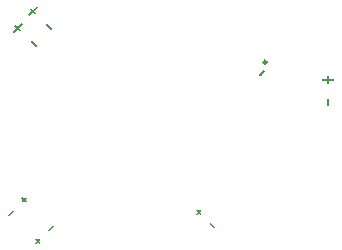
<source format=gbr>
G04*
G04 #@! TF.GenerationSoftware,Altium Limited,Altium Designer,24.0.1 (36)*
G04*
G04 Layer_Color=8388736*
%FSLAX25Y25*%
%MOIN*%
G70*
G04*
G04 #@! TF.SameCoordinates,BD3E70BB-0697-4B71-9AF7-6C14A59E7EE9*
G04*
G04*
G04 #@! TF.FilePolarity,Positive*
G04*
G01*
G75*
%ADD11C,0.01000*%
G36*
X82730Y123209D02*
X81494Y121973D01*
X82151Y121316D01*
X81717Y120882D01*
X81060Y121539D01*
X79835Y120314D01*
X79401Y120748D01*
X80626Y121973D01*
X79980Y122619D01*
X80414Y123053D01*
X81060Y122408D01*
X82296Y123644D01*
X82730Y123209D01*
D02*
G37*
G36*
X77615Y117524D02*
X76379Y116288D01*
X77036Y115631D01*
X76602Y115197D01*
X75945Y115854D01*
X74720Y114629D01*
X74286Y115063D01*
X75511Y116288D01*
X74865Y116934D01*
X75299Y117368D01*
X75945Y116723D01*
X77181Y117959D01*
X77615Y117524D01*
D02*
G37*
G36*
X87541Y116038D02*
X87107Y115604D01*
X85369Y117341D01*
X85804Y117775D01*
X87541Y116038D01*
D02*
G37*
G36*
X82426Y110353D02*
X81991Y109919D01*
X80254Y111656D01*
X80689Y112090D01*
X82426Y110353D01*
D02*
G37*
G36*
X157304Y100552D02*
X157404Y100452D01*
X157504Y100352D01*
X157304Y100152D01*
X157203Y100252D01*
X157103Y100352D01*
X157003Y100252D01*
X156903Y100352D01*
X156803Y100252D01*
X156702Y100352D01*
X157003Y100653D01*
X157103Y100552D01*
X157203Y100653D01*
X157304Y100552D01*
D02*
G37*
G36*
X157905Y102156D02*
X158005Y102056D01*
X158106Y101955D01*
X158206Y101855D01*
X156702Y100352D01*
X156602Y100452D01*
X156502Y100352D01*
X156402Y100452D01*
X156302Y100552D01*
X156201Y100653D01*
X157805Y102256D01*
X157905Y102156D01*
D02*
G37*
G36*
X179560Y99184D02*
X181308D01*
Y98570D01*
X179560D01*
Y97641D01*
X178946D01*
Y98570D01*
X177213D01*
Y99184D01*
X178946D01*
Y100098D01*
X179560D01*
Y99184D01*
D02*
G37*
G36*
X179639Y90098D02*
X179024D01*
Y92554D01*
X179639D01*
Y90098D01*
D02*
G37*
G36*
X78116Y59397D02*
X78685Y59966D01*
X79047Y59604D01*
X78478Y59035D01*
X79050Y58463D01*
X78689Y58101D01*
X78117Y58673D01*
X77544Y58101D01*
X77182Y58463D01*
X77755Y59035D01*
X77185Y59605D01*
X77547Y59967D01*
X78116Y59397D01*
D02*
G37*
G36*
X137199Y55388D02*
X136627Y54817D01*
X137199Y54244D01*
X136837Y53882D01*
X136265Y54455D01*
X135695Y53885D01*
X135333Y54247D01*
X135903Y54816D01*
X135334Y55385D01*
X135696Y55747D01*
X136265Y55178D01*
X136837Y55750D01*
X137199Y55388D01*
D02*
G37*
G36*
X74615Y55134D02*
X73112Y53631D01*
X72750Y53992D01*
X74253Y55496D01*
X74615Y55134D01*
D02*
G37*
G36*
X141669Y49812D02*
X141307Y49450D01*
X139804Y50953D01*
X140166Y51315D01*
X141669Y49812D01*
D02*
G37*
G36*
X87950Y50208D02*
X86447Y48704D01*
X86085Y49066D01*
X87588Y50569D01*
X87950Y50208D01*
D02*
G37*
G36*
X83518Y45737D02*
X82945Y45165D01*
X83515Y44595D01*
X83153Y44233D01*
X82584Y44803D01*
X82015Y44234D01*
X81653Y44596D01*
X82222Y45165D01*
X81650Y45737D01*
X82011Y46099D01*
X82583Y45527D01*
X83156Y46099D01*
X83518Y45737D01*
D02*
G37*
D11*
X158864Y104832D02*
G03*
X158864Y104832I-500J0D01*
G01*
M02*

</source>
